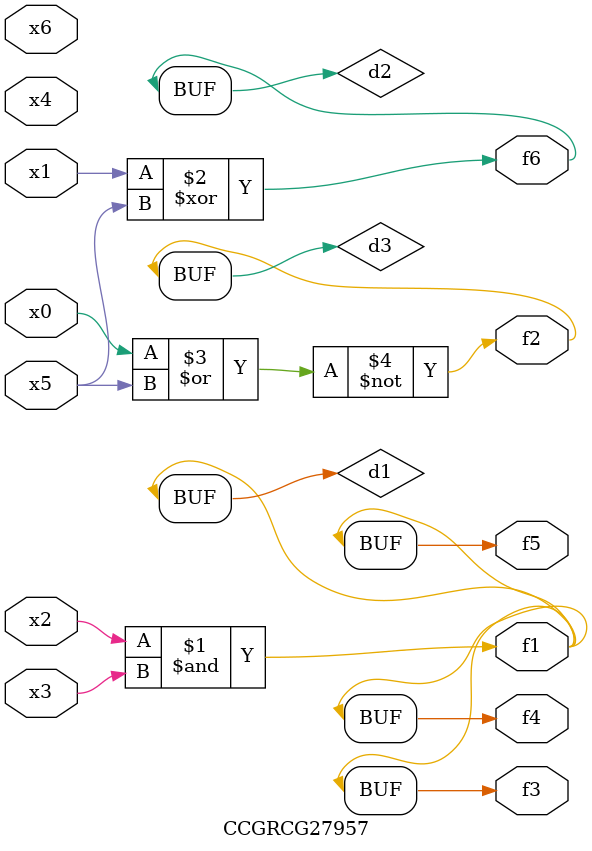
<source format=v>
module CCGRCG27957(
	input x0, x1, x2, x3, x4, x5, x6,
	output f1, f2, f3, f4, f5, f6
);

	wire d1, d2, d3;

	and (d1, x2, x3);
	xor (d2, x1, x5);
	nor (d3, x0, x5);
	assign f1 = d1;
	assign f2 = d3;
	assign f3 = d1;
	assign f4 = d1;
	assign f5 = d1;
	assign f6 = d2;
endmodule

</source>
